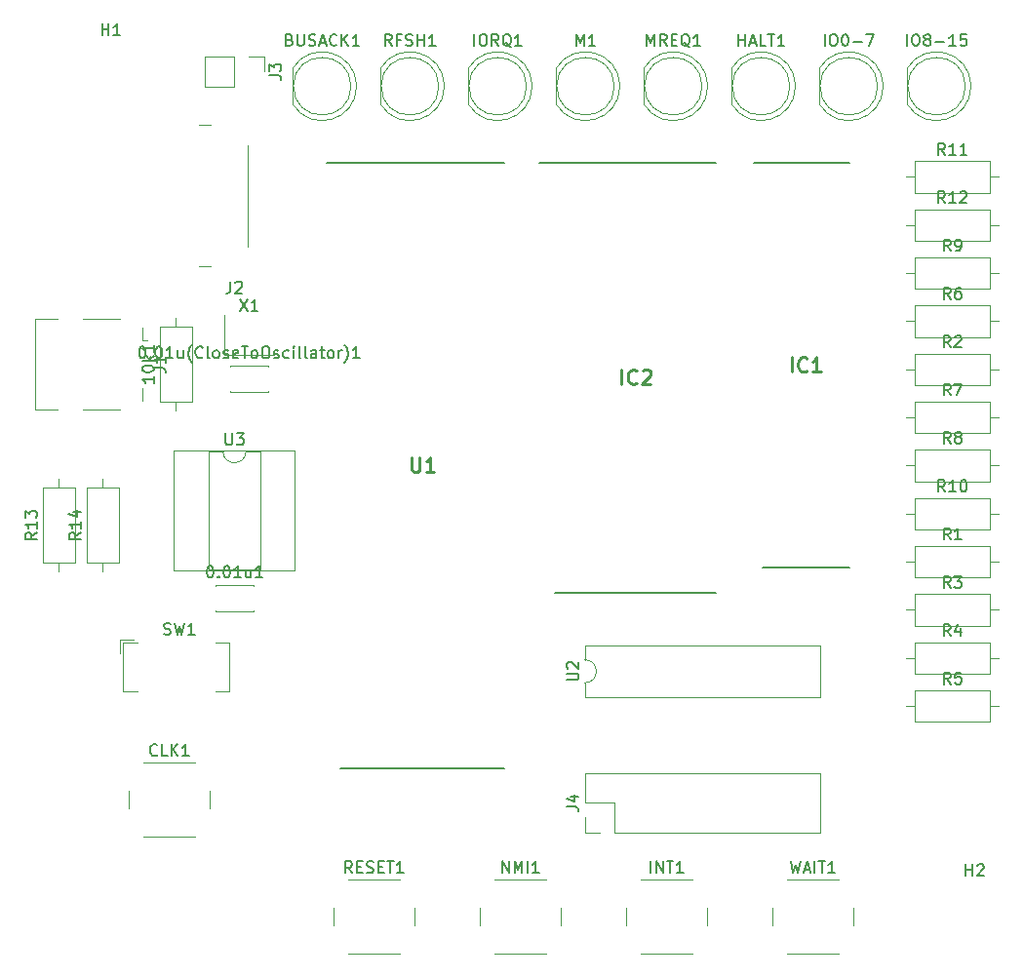
<source format=gbr>
G04 #@! TF.GenerationSoftware,KiCad,Pcbnew,(5.1.0-0)*
G04 #@! TF.CreationDate,2020-02-04T17:27:52+00:00*
G04 #@! TF.ProjectId,z80,7a38302e-6b69-4636-9164-5f7063625858,rev?*
G04 #@! TF.SameCoordinates,Original*
G04 #@! TF.FileFunction,Legend,Top*
G04 #@! TF.FilePolarity,Positive*
%FSLAX46Y46*%
G04 Gerber Fmt 4.6, Leading zero omitted, Abs format (unit mm)*
G04 Created by KiCad (PCBNEW (5.1.0-0)) date 2020-02-04 17:27:52*
%MOMM*%
%LPD*%
G04 APERTURE LIST*
%ADD10C,0.120000*%
%ADD11C,0.200000*%
%ADD12C,0.150000*%
%ADD13C,0.254000*%
G04 APERTURE END LIST*
D10*
X125400000Y-83970000D02*
X128640000Y-83970000D01*
X125400000Y-86210000D02*
X128640000Y-86210000D01*
X125400000Y-83970000D02*
X125400000Y-84035000D01*
X125400000Y-86145000D02*
X125400000Y-86210000D01*
X128640000Y-83970000D02*
X128640000Y-84035000D01*
X128640000Y-86145000D02*
X128640000Y-86210000D01*
X119280000Y-87090000D02*
X122020000Y-87090000D01*
X122020000Y-87090000D02*
X122020000Y-80550000D01*
X122020000Y-80550000D02*
X119280000Y-80550000D01*
X119280000Y-80550000D02*
X119280000Y-87090000D01*
X120650000Y-87860000D02*
X120650000Y-87090000D01*
X120650000Y-79780000D02*
X120650000Y-80550000D01*
X130790000Y-58145000D02*
X130790000Y-61235000D01*
X135850000Y-59690000D02*
G75*
G03X135850000Y-59690000I-2500000J0D01*
G01*
X136340000Y-59689538D02*
G75*
G02X130790000Y-61234830I-2990000J-462D01*
G01*
X136340000Y-59690462D02*
G75*
G03X130790000Y-58145170I-2990000J462D01*
G01*
X174440000Y-59690462D02*
G75*
G03X168890000Y-58145170I-2990000J462D01*
G01*
X174440000Y-59689538D02*
G75*
G02X168890000Y-61234830I-2990000J-462D01*
G01*
X173950000Y-59690000D02*
G75*
G03X173950000Y-59690000I-2500000J0D01*
G01*
X168890000Y-58145000D02*
X168890000Y-61235000D01*
D11*
X170795000Y-66315000D02*
X179090000Y-66315000D01*
X171600000Y-101495000D02*
X179090000Y-101495000D01*
X152214000Y-66315000D02*
X167557000Y-66315000D01*
X153587000Y-103653000D02*
X167557000Y-103653000D01*
D10*
X166770000Y-132540000D02*
X166770000Y-131040000D01*
X165520000Y-128540000D02*
X161020000Y-128540000D01*
X159770000Y-131040000D02*
X159770000Y-132540000D01*
X161020000Y-135040000D02*
X165520000Y-135040000D01*
X176510000Y-58145000D02*
X176510000Y-61235000D01*
X181570000Y-59690000D02*
G75*
G03X181570000Y-59690000I-2500000J0D01*
G01*
X182060000Y-59689538D02*
G75*
G02X176510000Y-61234830I-2990000J-462D01*
G01*
X182060000Y-59690462D02*
G75*
G03X176510000Y-58145170I-2990000J462D01*
G01*
X189680000Y-59690462D02*
G75*
G03X184130000Y-58145170I-2990000J462D01*
G01*
X189680000Y-59689538D02*
G75*
G02X184130000Y-61234830I-2990000J-462D01*
G01*
X189190000Y-59690000D02*
G75*
G03X189190000Y-59690000I-2500000J0D01*
G01*
X184130000Y-58145000D02*
X184130000Y-61235000D01*
X146030000Y-58145000D02*
X146030000Y-61235000D01*
X151090000Y-59690000D02*
G75*
G03X151090000Y-59690000I-2500000J0D01*
G01*
X151580000Y-59689538D02*
G75*
G02X146030000Y-61234830I-2990000J-462D01*
G01*
X151580000Y-59690462D02*
G75*
G03X146030000Y-58145170I-2990000J462D01*
G01*
X108390000Y-87730000D02*
X108390000Y-79910000D01*
X117710000Y-81710000D02*
X118140000Y-81710000D01*
X108390000Y-87730000D02*
X110340000Y-87730000D01*
X112560000Y-87730000D02*
X115790000Y-87730000D01*
X117710000Y-85930000D02*
X117710000Y-87010000D01*
X117710000Y-80630000D02*
X117710000Y-81710000D01*
X112560000Y-79910000D02*
X115790000Y-79910000D01*
X108390000Y-79910000D02*
X110340000Y-79910000D01*
X126850000Y-73600000D02*
X126850000Y-64800000D01*
X123680000Y-75345000D02*
X122630000Y-75345000D01*
X123680000Y-63055000D02*
X122630000Y-63055000D01*
X123130000Y-57090000D02*
X123130000Y-59750000D01*
X125730000Y-57090000D02*
X123130000Y-57090000D01*
X125730000Y-59750000D02*
X123130000Y-59750000D01*
X125730000Y-57090000D02*
X125730000Y-59750000D01*
X127000000Y-57090000D02*
X128330000Y-57090000D01*
X128330000Y-57090000D02*
X128330000Y-58420000D01*
X176590000Y-124520000D02*
X176590000Y-119320000D01*
X158750000Y-124520000D02*
X176590000Y-124520000D01*
X156150000Y-119320000D02*
X176590000Y-119320000D01*
X158750000Y-124520000D02*
X158750000Y-121920000D01*
X158750000Y-121920000D02*
X156150000Y-121920000D01*
X156150000Y-121920000D02*
X156150000Y-119320000D01*
X157480000Y-124520000D02*
X156150000Y-124520000D01*
X156150000Y-124520000D02*
X156150000Y-123190000D01*
X159200000Y-59690462D02*
G75*
G03X153650000Y-58145170I-2990000J462D01*
G01*
X159200000Y-59689538D02*
G75*
G02X153650000Y-61234830I-2990000J-462D01*
G01*
X158710000Y-59690000D02*
G75*
G03X158710000Y-59690000I-2500000J0D01*
G01*
X153650000Y-58145000D02*
X153650000Y-61235000D01*
X166820000Y-59690462D02*
G75*
G03X161270000Y-58145170I-2990000J462D01*
G01*
X166820000Y-59689538D02*
G75*
G02X161270000Y-61234830I-2990000J-462D01*
G01*
X166330000Y-59690000D02*
G75*
G03X166330000Y-59690000I-2500000J0D01*
G01*
X161270000Y-58145000D02*
X161270000Y-61235000D01*
X148320000Y-135040000D02*
X152820000Y-135040000D01*
X147070000Y-131040000D02*
X147070000Y-132540000D01*
X152820000Y-128540000D02*
X148320000Y-128540000D01*
X154070000Y-132540000D02*
X154070000Y-131040000D01*
X184785000Y-99613000D02*
X184785000Y-102353000D01*
X184785000Y-102353000D02*
X191325000Y-102353000D01*
X191325000Y-102353000D02*
X191325000Y-99613000D01*
X191325000Y-99613000D02*
X184785000Y-99613000D01*
X184015000Y-100983000D02*
X184785000Y-100983000D01*
X192095000Y-100983000D02*
X191325000Y-100983000D01*
X192095000Y-84274100D02*
X191325000Y-84274100D01*
X184015000Y-84274100D02*
X184785000Y-84274100D01*
X191325000Y-82904100D02*
X184785000Y-82904100D01*
X191325000Y-85644100D02*
X191325000Y-82904100D01*
X184785000Y-85644100D02*
X191325000Y-85644100D01*
X184785000Y-82904100D02*
X184785000Y-85644100D01*
X192095000Y-105160000D02*
X191325000Y-105160000D01*
X184015000Y-105160000D02*
X184785000Y-105160000D01*
X191325000Y-103790000D02*
X184785000Y-103790000D01*
X191325000Y-106530000D02*
X191325000Y-103790000D01*
X184785000Y-106530000D02*
X191325000Y-106530000D01*
X184785000Y-103790000D02*
X184785000Y-106530000D01*
X192095000Y-109338000D02*
X191325000Y-109338000D01*
X184015000Y-109338000D02*
X184785000Y-109338000D01*
X191325000Y-107968000D02*
X184785000Y-107968000D01*
X191325000Y-110708000D02*
X191325000Y-107968000D01*
X184785000Y-110708000D02*
X191325000Y-110708000D01*
X184785000Y-107968000D02*
X184785000Y-110708000D01*
X192095000Y-113515000D02*
X191325000Y-113515000D01*
X184015000Y-113515000D02*
X184785000Y-113515000D01*
X191325000Y-112145000D02*
X184785000Y-112145000D01*
X191325000Y-114885000D02*
X191325000Y-112145000D01*
X184785000Y-114885000D02*
X191325000Y-114885000D01*
X184785000Y-112145000D02*
X184785000Y-114885000D01*
X184785000Y-78726800D02*
X184785000Y-81466800D01*
X184785000Y-81466800D02*
X191325000Y-81466800D01*
X191325000Y-81466800D02*
X191325000Y-78726800D01*
X191325000Y-78726800D02*
X184785000Y-78726800D01*
X184015000Y-80096800D02*
X184785000Y-80096800D01*
X192095000Y-80096800D02*
X191325000Y-80096800D01*
X192095000Y-88451400D02*
X191325000Y-88451400D01*
X184015000Y-88451400D02*
X184785000Y-88451400D01*
X191325000Y-87081400D02*
X184785000Y-87081400D01*
X191325000Y-89821400D02*
X191325000Y-87081400D01*
X184785000Y-89821400D02*
X191325000Y-89821400D01*
X184785000Y-87081400D02*
X184785000Y-89821400D01*
X184785000Y-91258600D02*
X184785000Y-93998600D01*
X184785000Y-93998600D02*
X191325000Y-93998600D01*
X191325000Y-93998600D02*
X191325000Y-91258600D01*
X191325000Y-91258600D02*
X184785000Y-91258600D01*
X184015000Y-92628600D02*
X184785000Y-92628600D01*
X192095000Y-92628600D02*
X191325000Y-92628600D01*
X184785000Y-74549500D02*
X184785000Y-77289500D01*
X184785000Y-77289500D02*
X191325000Y-77289500D01*
X191325000Y-77289500D02*
X191325000Y-74549500D01*
X191325000Y-74549500D02*
X184785000Y-74549500D01*
X184015000Y-75919500D02*
X184785000Y-75919500D01*
X192095000Y-75919500D02*
X191325000Y-75919500D01*
X184785000Y-95435900D02*
X184785000Y-98175900D01*
X184785000Y-98175900D02*
X191325000Y-98175900D01*
X191325000Y-98175900D02*
X191325000Y-95435900D01*
X191325000Y-95435900D02*
X184785000Y-95435900D01*
X184015000Y-96805900D02*
X184785000Y-96805900D01*
X192095000Y-96805900D02*
X191325000Y-96805900D01*
X184785000Y-66195000D02*
X184785000Y-68935000D01*
X184785000Y-68935000D02*
X191325000Y-68935000D01*
X191325000Y-68935000D02*
X191325000Y-66195000D01*
X191325000Y-66195000D02*
X184785000Y-66195000D01*
X184015000Y-67565000D02*
X184785000Y-67565000D01*
X192095000Y-67565000D02*
X191325000Y-67565000D01*
X192095000Y-71742300D02*
X191325000Y-71742300D01*
X184015000Y-71742300D02*
X184785000Y-71742300D01*
X191325000Y-70372300D02*
X184785000Y-70372300D01*
X191325000Y-73112300D02*
X191325000Y-70372300D01*
X184785000Y-73112300D02*
X191325000Y-73112300D01*
X184785000Y-70372300D02*
X184785000Y-73112300D01*
X141370000Y-132540000D02*
X141370000Y-131040000D01*
X140120000Y-128540000D02*
X135620000Y-128540000D01*
X134370000Y-131040000D02*
X134370000Y-132540000D01*
X135620000Y-135040000D02*
X140120000Y-135040000D01*
X138410000Y-58145000D02*
X138410000Y-61235000D01*
X143470000Y-59690000D02*
G75*
G03X143470000Y-59690000I-2500000J0D01*
G01*
X143960000Y-59689538D02*
G75*
G02X138410000Y-61234830I-2990000J-462D01*
G01*
X143960000Y-59690462D02*
G75*
G03X138410000Y-58145170I-2990000J462D01*
G01*
D11*
X133753000Y-66315000D02*
X149175000Y-66315000D01*
X134955000Y-118895000D02*
X149175000Y-118895000D01*
D10*
X156150000Y-109490000D02*
G75*
G02X156150000Y-111490000I0J-1000000D01*
G01*
X156150000Y-111490000D02*
X156150000Y-112740000D01*
X156150000Y-112740000D02*
X176590000Y-112740000D01*
X176590000Y-112740000D02*
X176590000Y-108240000D01*
X176590000Y-108240000D02*
X156150000Y-108240000D01*
X156150000Y-108240000D02*
X156150000Y-109490000D01*
X173720000Y-135040000D02*
X178220000Y-135040000D01*
X172470000Y-131040000D02*
X172470000Y-132540000D01*
X178220000Y-128540000D02*
X173720000Y-128540000D01*
X179470000Y-132540000D02*
X179470000Y-131040000D01*
X124130000Y-103020000D02*
X127370000Y-103020000D01*
X124130000Y-105260000D02*
X127370000Y-105260000D01*
X124130000Y-103020000D02*
X124130000Y-103085000D01*
X124130000Y-105195000D02*
X124130000Y-105260000D01*
X127370000Y-103020000D02*
X127370000Y-103085000D01*
X127370000Y-105195000D02*
X127370000Y-105260000D01*
X117840000Y-124880000D02*
X122340000Y-124880000D01*
X116590000Y-120880000D02*
X116590000Y-122380000D01*
X122340000Y-118380000D02*
X117840000Y-118380000D01*
X123590000Y-122380000D02*
X123590000Y-120880000D01*
X110490000Y-93750000D02*
X110490000Y-94520000D01*
X110490000Y-101830000D02*
X110490000Y-101060000D01*
X109120000Y-94520000D02*
X109120000Y-101060000D01*
X111860000Y-94520000D02*
X109120000Y-94520000D01*
X111860000Y-101060000D02*
X111860000Y-94520000D01*
X109120000Y-101060000D02*
X111860000Y-101060000D01*
X112930000Y-101060000D02*
X115670000Y-101060000D01*
X115670000Y-101060000D02*
X115670000Y-94520000D01*
X115670000Y-94520000D02*
X112930000Y-94520000D01*
X112930000Y-94520000D02*
X112930000Y-101060000D01*
X114300000Y-101830000D02*
X114300000Y-101060000D01*
X114300000Y-93750000D02*
X114300000Y-94520000D01*
X126730000Y-91380000D02*
G75*
G02X124730000Y-91380000I-1000000J0D01*
G01*
X124730000Y-91380000D02*
X123480000Y-91380000D01*
X123480000Y-91380000D02*
X123480000Y-101660000D01*
X123480000Y-101660000D02*
X127980000Y-101660000D01*
X127980000Y-101660000D02*
X127980000Y-91380000D01*
X127980000Y-91380000D02*
X126730000Y-91380000D01*
X120480000Y-91320000D02*
X120480000Y-101720000D01*
X120480000Y-101720000D02*
X130980000Y-101720000D01*
X130980000Y-101720000D02*
X130980000Y-91320000D01*
X130980000Y-91320000D02*
X120480000Y-91320000D01*
X124850000Y-79530000D02*
X124850000Y-83030000D01*
X124850000Y-83030000D02*
X129150000Y-83030000D01*
X115790000Y-107710000D02*
X115790000Y-108910000D01*
X116990000Y-107710000D02*
X115790000Y-107710000D01*
X125290000Y-112210000D02*
X124090000Y-112210000D01*
X125290000Y-108010000D02*
X125290000Y-112210000D01*
X124090000Y-108010000D02*
X125290000Y-108010000D01*
X116090000Y-112210000D02*
X117290000Y-112210000D01*
X116090000Y-108010000D02*
X116090000Y-112210000D01*
X117290000Y-108010000D02*
X116090000Y-108010000D01*
D12*
X117686666Y-82292380D02*
X117781904Y-82292380D01*
X117877142Y-82340000D01*
X117924761Y-82387619D01*
X117972380Y-82482857D01*
X118020000Y-82673333D01*
X118020000Y-82911428D01*
X117972380Y-83101904D01*
X117924761Y-83197142D01*
X117877142Y-83244761D01*
X117781904Y-83292380D01*
X117686666Y-83292380D01*
X117591428Y-83244761D01*
X117543809Y-83197142D01*
X117496190Y-83101904D01*
X117448571Y-82911428D01*
X117448571Y-82673333D01*
X117496190Y-82482857D01*
X117543809Y-82387619D01*
X117591428Y-82340000D01*
X117686666Y-82292380D01*
X118448571Y-83197142D02*
X118496190Y-83244761D01*
X118448571Y-83292380D01*
X118400952Y-83244761D01*
X118448571Y-83197142D01*
X118448571Y-83292380D01*
X119115238Y-82292380D02*
X119210476Y-82292380D01*
X119305714Y-82340000D01*
X119353333Y-82387619D01*
X119400952Y-82482857D01*
X119448571Y-82673333D01*
X119448571Y-82911428D01*
X119400952Y-83101904D01*
X119353333Y-83197142D01*
X119305714Y-83244761D01*
X119210476Y-83292380D01*
X119115238Y-83292380D01*
X119020000Y-83244761D01*
X118972380Y-83197142D01*
X118924761Y-83101904D01*
X118877142Y-82911428D01*
X118877142Y-82673333D01*
X118924761Y-82482857D01*
X118972380Y-82387619D01*
X119020000Y-82340000D01*
X119115238Y-82292380D01*
X120400952Y-83292380D02*
X119829523Y-83292380D01*
X120115238Y-83292380D02*
X120115238Y-82292380D01*
X120020000Y-82435238D01*
X119924761Y-82530476D01*
X119829523Y-82578095D01*
X121258095Y-82625714D02*
X121258095Y-83292380D01*
X120829523Y-82625714D02*
X120829523Y-83149523D01*
X120877142Y-83244761D01*
X120972380Y-83292380D01*
X121115238Y-83292380D01*
X121210476Y-83244761D01*
X121258095Y-83197142D01*
X122020000Y-83673333D02*
X121972380Y-83625714D01*
X121877142Y-83482857D01*
X121829523Y-83387619D01*
X121781904Y-83244761D01*
X121734285Y-83006666D01*
X121734285Y-82816190D01*
X121781904Y-82578095D01*
X121829523Y-82435238D01*
X121877142Y-82340000D01*
X121972380Y-82197142D01*
X122020000Y-82149523D01*
X122972380Y-83197142D02*
X122924761Y-83244761D01*
X122781904Y-83292380D01*
X122686666Y-83292380D01*
X122543809Y-83244761D01*
X122448571Y-83149523D01*
X122400952Y-83054285D01*
X122353333Y-82863809D01*
X122353333Y-82720952D01*
X122400952Y-82530476D01*
X122448571Y-82435238D01*
X122543809Y-82340000D01*
X122686666Y-82292380D01*
X122781904Y-82292380D01*
X122924761Y-82340000D01*
X122972380Y-82387619D01*
X123543809Y-83292380D02*
X123448571Y-83244761D01*
X123400952Y-83149523D01*
X123400952Y-82292380D01*
X124067619Y-83292380D02*
X123972380Y-83244761D01*
X123924761Y-83197142D01*
X123877142Y-83101904D01*
X123877142Y-82816190D01*
X123924761Y-82720952D01*
X123972380Y-82673333D01*
X124067619Y-82625714D01*
X124210476Y-82625714D01*
X124305714Y-82673333D01*
X124353333Y-82720952D01*
X124400952Y-82816190D01*
X124400952Y-83101904D01*
X124353333Y-83197142D01*
X124305714Y-83244761D01*
X124210476Y-83292380D01*
X124067619Y-83292380D01*
X124781904Y-83244761D02*
X124877142Y-83292380D01*
X125067619Y-83292380D01*
X125162857Y-83244761D01*
X125210476Y-83149523D01*
X125210476Y-83101904D01*
X125162857Y-83006666D01*
X125067619Y-82959047D01*
X124924761Y-82959047D01*
X124829523Y-82911428D01*
X124781904Y-82816190D01*
X124781904Y-82768571D01*
X124829523Y-82673333D01*
X124924761Y-82625714D01*
X125067619Y-82625714D01*
X125162857Y-82673333D01*
X126020000Y-83244761D02*
X125924761Y-83292380D01*
X125734285Y-83292380D01*
X125639047Y-83244761D01*
X125591428Y-83149523D01*
X125591428Y-82768571D01*
X125639047Y-82673333D01*
X125734285Y-82625714D01*
X125924761Y-82625714D01*
X126020000Y-82673333D01*
X126067619Y-82768571D01*
X126067619Y-82863809D01*
X125591428Y-82959047D01*
X126353333Y-82292380D02*
X126924761Y-82292380D01*
X126639047Y-83292380D02*
X126639047Y-82292380D01*
X127400952Y-83292380D02*
X127305714Y-83244761D01*
X127258095Y-83197142D01*
X127210476Y-83101904D01*
X127210476Y-82816190D01*
X127258095Y-82720952D01*
X127305714Y-82673333D01*
X127400952Y-82625714D01*
X127543809Y-82625714D01*
X127639047Y-82673333D01*
X127686666Y-82720952D01*
X127734285Y-82816190D01*
X127734285Y-83101904D01*
X127686666Y-83197142D01*
X127639047Y-83244761D01*
X127543809Y-83292380D01*
X127400952Y-83292380D01*
X128353333Y-82292380D02*
X128543809Y-82292380D01*
X128639047Y-82340000D01*
X128734285Y-82435238D01*
X128781904Y-82625714D01*
X128781904Y-82959047D01*
X128734285Y-83149523D01*
X128639047Y-83244761D01*
X128543809Y-83292380D01*
X128353333Y-83292380D01*
X128258095Y-83244761D01*
X128162857Y-83149523D01*
X128115238Y-82959047D01*
X128115238Y-82625714D01*
X128162857Y-82435238D01*
X128258095Y-82340000D01*
X128353333Y-82292380D01*
X129162857Y-83244761D02*
X129258095Y-83292380D01*
X129448571Y-83292380D01*
X129543809Y-83244761D01*
X129591428Y-83149523D01*
X129591428Y-83101904D01*
X129543809Y-83006666D01*
X129448571Y-82959047D01*
X129305714Y-82959047D01*
X129210476Y-82911428D01*
X129162857Y-82816190D01*
X129162857Y-82768571D01*
X129210476Y-82673333D01*
X129305714Y-82625714D01*
X129448571Y-82625714D01*
X129543809Y-82673333D01*
X130448571Y-83244761D02*
X130353333Y-83292380D01*
X130162857Y-83292380D01*
X130067619Y-83244761D01*
X130020000Y-83197142D01*
X129972380Y-83101904D01*
X129972380Y-82816190D01*
X130020000Y-82720952D01*
X130067619Y-82673333D01*
X130162857Y-82625714D01*
X130353333Y-82625714D01*
X130448571Y-82673333D01*
X130877142Y-83292380D02*
X130877142Y-82625714D01*
X130877142Y-82292380D02*
X130829523Y-82340000D01*
X130877142Y-82387619D01*
X130924761Y-82340000D01*
X130877142Y-82292380D01*
X130877142Y-82387619D01*
X131496190Y-83292380D02*
X131400952Y-83244761D01*
X131353333Y-83149523D01*
X131353333Y-82292380D01*
X132020000Y-83292380D02*
X131924761Y-83244761D01*
X131877142Y-83149523D01*
X131877142Y-82292380D01*
X132829523Y-83292380D02*
X132829523Y-82768571D01*
X132781904Y-82673333D01*
X132686666Y-82625714D01*
X132496190Y-82625714D01*
X132400952Y-82673333D01*
X132829523Y-83244761D02*
X132734285Y-83292380D01*
X132496190Y-83292380D01*
X132400952Y-83244761D01*
X132353333Y-83149523D01*
X132353333Y-83054285D01*
X132400952Y-82959047D01*
X132496190Y-82911428D01*
X132734285Y-82911428D01*
X132829523Y-82863809D01*
X133162857Y-82625714D02*
X133543809Y-82625714D01*
X133305714Y-82292380D02*
X133305714Y-83149523D01*
X133353333Y-83244761D01*
X133448571Y-83292380D01*
X133543809Y-83292380D01*
X134020000Y-83292380D02*
X133924761Y-83244761D01*
X133877142Y-83197142D01*
X133829523Y-83101904D01*
X133829523Y-82816190D01*
X133877142Y-82720952D01*
X133924761Y-82673333D01*
X134020000Y-82625714D01*
X134162857Y-82625714D01*
X134258095Y-82673333D01*
X134305714Y-82720952D01*
X134353333Y-82816190D01*
X134353333Y-83101904D01*
X134305714Y-83197142D01*
X134258095Y-83244761D01*
X134162857Y-83292380D01*
X134020000Y-83292380D01*
X134781904Y-83292380D02*
X134781904Y-82625714D01*
X134781904Y-82816190D02*
X134829523Y-82720952D01*
X134877142Y-82673333D01*
X134972380Y-82625714D01*
X135067619Y-82625714D01*
X135305714Y-83673333D02*
X135353333Y-83625714D01*
X135448571Y-83482857D01*
X135496190Y-83387619D01*
X135543809Y-83244761D01*
X135591428Y-83006666D01*
X135591428Y-82816190D01*
X135543809Y-82578095D01*
X135496190Y-82435238D01*
X135448571Y-82340000D01*
X135353333Y-82197142D01*
X135305714Y-82149523D01*
X136591428Y-83292380D02*
X136020000Y-83292380D01*
X136305714Y-83292380D02*
X136305714Y-82292380D01*
X136210476Y-82435238D01*
X136115238Y-82530476D01*
X136020000Y-82578095D01*
X118732380Y-84891428D02*
X118732380Y-85462857D01*
X118732380Y-85177142D02*
X117732380Y-85177142D01*
X117875238Y-85272380D01*
X117970476Y-85367619D01*
X118018095Y-85462857D01*
X117732380Y-84272380D02*
X117732380Y-84177142D01*
X117780000Y-84081904D01*
X117827619Y-84034285D01*
X117922857Y-83986666D01*
X118113333Y-83939047D01*
X118351428Y-83939047D01*
X118541904Y-83986666D01*
X118637142Y-84034285D01*
X118684761Y-84081904D01*
X118732380Y-84177142D01*
X118732380Y-84272380D01*
X118684761Y-84367619D01*
X118637142Y-84415238D01*
X118541904Y-84462857D01*
X118351428Y-84510476D01*
X118113333Y-84510476D01*
X117922857Y-84462857D01*
X117827619Y-84415238D01*
X117780000Y-84367619D01*
X117732380Y-84272380D01*
X118732380Y-83510476D02*
X117732380Y-83510476D01*
X118351428Y-83415238D02*
X118732380Y-83129523D01*
X118065714Y-83129523D02*
X118446666Y-83510476D01*
X118732380Y-82177142D02*
X118732380Y-82748571D01*
X118732380Y-82462857D02*
X117732380Y-82462857D01*
X117875238Y-82558095D01*
X117970476Y-82653333D01*
X118018095Y-82748571D01*
X130516666Y-55658571D02*
X130659523Y-55706190D01*
X130707142Y-55753809D01*
X130754761Y-55849047D01*
X130754761Y-55991904D01*
X130707142Y-56087142D01*
X130659523Y-56134761D01*
X130564285Y-56182380D01*
X130183333Y-56182380D01*
X130183333Y-55182380D01*
X130516666Y-55182380D01*
X130611904Y-55230000D01*
X130659523Y-55277619D01*
X130707142Y-55372857D01*
X130707142Y-55468095D01*
X130659523Y-55563333D01*
X130611904Y-55610952D01*
X130516666Y-55658571D01*
X130183333Y-55658571D01*
X131183333Y-55182380D02*
X131183333Y-55991904D01*
X131230952Y-56087142D01*
X131278571Y-56134761D01*
X131373809Y-56182380D01*
X131564285Y-56182380D01*
X131659523Y-56134761D01*
X131707142Y-56087142D01*
X131754761Y-55991904D01*
X131754761Y-55182380D01*
X132183333Y-56134761D02*
X132326190Y-56182380D01*
X132564285Y-56182380D01*
X132659523Y-56134761D01*
X132707142Y-56087142D01*
X132754761Y-55991904D01*
X132754761Y-55896666D01*
X132707142Y-55801428D01*
X132659523Y-55753809D01*
X132564285Y-55706190D01*
X132373809Y-55658571D01*
X132278571Y-55610952D01*
X132230952Y-55563333D01*
X132183333Y-55468095D01*
X132183333Y-55372857D01*
X132230952Y-55277619D01*
X132278571Y-55230000D01*
X132373809Y-55182380D01*
X132611904Y-55182380D01*
X132754761Y-55230000D01*
X133135714Y-55896666D02*
X133611904Y-55896666D01*
X133040476Y-56182380D02*
X133373809Y-55182380D01*
X133707142Y-56182380D01*
X134611904Y-56087142D02*
X134564285Y-56134761D01*
X134421428Y-56182380D01*
X134326190Y-56182380D01*
X134183333Y-56134761D01*
X134088095Y-56039523D01*
X134040476Y-55944285D01*
X133992857Y-55753809D01*
X133992857Y-55610952D01*
X134040476Y-55420476D01*
X134088095Y-55325238D01*
X134183333Y-55230000D01*
X134326190Y-55182380D01*
X134421428Y-55182380D01*
X134564285Y-55230000D01*
X134611904Y-55277619D01*
X135040476Y-56182380D02*
X135040476Y-55182380D01*
X135611904Y-56182380D02*
X135183333Y-55610952D01*
X135611904Y-55182380D02*
X135040476Y-55753809D01*
X136564285Y-56182380D02*
X135992857Y-56182380D01*
X136278571Y-56182380D02*
X136278571Y-55182380D01*
X136183333Y-55325238D01*
X136088095Y-55420476D01*
X135992857Y-55468095D01*
X169473809Y-56182380D02*
X169473809Y-55182380D01*
X169473809Y-55658571D02*
X170045238Y-55658571D01*
X170045238Y-56182380D02*
X170045238Y-55182380D01*
X170473809Y-55896666D02*
X170950000Y-55896666D01*
X170378571Y-56182380D02*
X170711904Y-55182380D01*
X171045238Y-56182380D01*
X171854761Y-56182380D02*
X171378571Y-56182380D01*
X171378571Y-55182380D01*
X172045238Y-55182380D02*
X172616666Y-55182380D01*
X172330952Y-56182380D02*
X172330952Y-55182380D01*
X173473809Y-56182380D02*
X172902380Y-56182380D01*
X173188095Y-56182380D02*
X173188095Y-55182380D01*
X173092857Y-55325238D01*
X172997619Y-55420476D01*
X172902380Y-55468095D01*
D13*
X174105238Y-84479523D02*
X174105238Y-83209523D01*
X175435714Y-84358571D02*
X175375238Y-84419047D01*
X175193809Y-84479523D01*
X175072857Y-84479523D01*
X174891428Y-84419047D01*
X174770476Y-84298095D01*
X174710000Y-84177142D01*
X174649523Y-83935238D01*
X174649523Y-83753809D01*
X174710000Y-83511904D01*
X174770476Y-83390952D01*
X174891428Y-83270000D01*
X175072857Y-83209523D01*
X175193809Y-83209523D01*
X175375238Y-83270000D01*
X175435714Y-83330476D01*
X176645238Y-84479523D02*
X175919523Y-84479523D01*
X176282380Y-84479523D02*
X176282380Y-83209523D01*
X176161428Y-83390952D01*
X176040476Y-83511904D01*
X175919523Y-83572380D01*
X159332238Y-85558523D02*
X159332238Y-84288523D01*
X160662714Y-85437571D02*
X160602238Y-85498047D01*
X160420809Y-85558523D01*
X160299857Y-85558523D01*
X160118428Y-85498047D01*
X159997476Y-85377095D01*
X159937000Y-85256142D01*
X159876523Y-85014238D01*
X159876523Y-84832809D01*
X159937000Y-84590904D01*
X159997476Y-84469952D01*
X160118428Y-84349000D01*
X160299857Y-84288523D01*
X160420809Y-84288523D01*
X160602238Y-84349000D01*
X160662714Y-84409476D01*
X161146523Y-84409476D02*
X161207000Y-84349000D01*
X161327952Y-84288523D01*
X161630333Y-84288523D01*
X161751285Y-84349000D01*
X161811761Y-84409476D01*
X161872238Y-84530428D01*
X161872238Y-84651380D01*
X161811761Y-84832809D01*
X161086047Y-85558523D01*
X161872238Y-85558523D01*
D12*
X161889047Y-127992380D02*
X161889047Y-126992380D01*
X162365238Y-127992380D02*
X162365238Y-126992380D01*
X162936666Y-127992380D01*
X162936666Y-126992380D01*
X163270000Y-126992380D02*
X163841428Y-126992380D01*
X163555714Y-127992380D02*
X163555714Y-126992380D01*
X164698571Y-127992380D02*
X164127142Y-127992380D01*
X164412857Y-127992380D02*
X164412857Y-126992380D01*
X164317619Y-127135238D01*
X164222380Y-127230476D01*
X164127142Y-127278095D01*
X176974761Y-56182380D02*
X176974761Y-55182380D01*
X177641428Y-55182380D02*
X177831904Y-55182380D01*
X177927142Y-55230000D01*
X178022380Y-55325238D01*
X178070000Y-55515714D01*
X178070000Y-55849047D01*
X178022380Y-56039523D01*
X177927142Y-56134761D01*
X177831904Y-56182380D01*
X177641428Y-56182380D01*
X177546190Y-56134761D01*
X177450952Y-56039523D01*
X177403333Y-55849047D01*
X177403333Y-55515714D01*
X177450952Y-55325238D01*
X177546190Y-55230000D01*
X177641428Y-55182380D01*
X178689047Y-55182380D02*
X178784285Y-55182380D01*
X178879523Y-55230000D01*
X178927142Y-55277619D01*
X178974761Y-55372857D01*
X179022380Y-55563333D01*
X179022380Y-55801428D01*
X178974761Y-55991904D01*
X178927142Y-56087142D01*
X178879523Y-56134761D01*
X178784285Y-56182380D01*
X178689047Y-56182380D01*
X178593809Y-56134761D01*
X178546190Y-56087142D01*
X178498571Y-55991904D01*
X178450952Y-55801428D01*
X178450952Y-55563333D01*
X178498571Y-55372857D01*
X178546190Y-55277619D01*
X178593809Y-55230000D01*
X178689047Y-55182380D01*
X179450952Y-55801428D02*
X180212857Y-55801428D01*
X180593809Y-55182380D02*
X181260476Y-55182380D01*
X180831904Y-56182380D01*
X184118571Y-56182380D02*
X184118571Y-55182380D01*
X184785238Y-55182380D02*
X184975714Y-55182380D01*
X185070952Y-55230000D01*
X185166190Y-55325238D01*
X185213809Y-55515714D01*
X185213809Y-55849047D01*
X185166190Y-56039523D01*
X185070952Y-56134761D01*
X184975714Y-56182380D01*
X184785238Y-56182380D01*
X184690000Y-56134761D01*
X184594761Y-56039523D01*
X184547142Y-55849047D01*
X184547142Y-55515714D01*
X184594761Y-55325238D01*
X184690000Y-55230000D01*
X184785238Y-55182380D01*
X185785238Y-55610952D02*
X185690000Y-55563333D01*
X185642380Y-55515714D01*
X185594761Y-55420476D01*
X185594761Y-55372857D01*
X185642380Y-55277619D01*
X185690000Y-55230000D01*
X185785238Y-55182380D01*
X185975714Y-55182380D01*
X186070952Y-55230000D01*
X186118571Y-55277619D01*
X186166190Y-55372857D01*
X186166190Y-55420476D01*
X186118571Y-55515714D01*
X186070952Y-55563333D01*
X185975714Y-55610952D01*
X185785238Y-55610952D01*
X185690000Y-55658571D01*
X185642380Y-55706190D01*
X185594761Y-55801428D01*
X185594761Y-55991904D01*
X185642380Y-56087142D01*
X185690000Y-56134761D01*
X185785238Y-56182380D01*
X185975714Y-56182380D01*
X186070952Y-56134761D01*
X186118571Y-56087142D01*
X186166190Y-55991904D01*
X186166190Y-55801428D01*
X186118571Y-55706190D01*
X186070952Y-55658571D01*
X185975714Y-55610952D01*
X186594761Y-55801428D02*
X187356666Y-55801428D01*
X188356666Y-56182380D02*
X187785238Y-56182380D01*
X188070952Y-56182380D02*
X188070952Y-55182380D01*
X187975714Y-55325238D01*
X187880476Y-55420476D01*
X187785238Y-55468095D01*
X189261428Y-55182380D02*
X188785238Y-55182380D01*
X188737619Y-55658571D01*
X188785238Y-55610952D01*
X188880476Y-55563333D01*
X189118571Y-55563333D01*
X189213809Y-55610952D01*
X189261428Y-55658571D01*
X189309047Y-55753809D01*
X189309047Y-55991904D01*
X189261428Y-56087142D01*
X189213809Y-56134761D01*
X189118571Y-56182380D01*
X188880476Y-56182380D01*
X188785238Y-56134761D01*
X188737619Y-56087142D01*
X146566190Y-56182380D02*
X146566190Y-55182380D01*
X147232857Y-55182380D02*
X147423333Y-55182380D01*
X147518571Y-55230000D01*
X147613809Y-55325238D01*
X147661428Y-55515714D01*
X147661428Y-55849047D01*
X147613809Y-56039523D01*
X147518571Y-56134761D01*
X147423333Y-56182380D01*
X147232857Y-56182380D01*
X147137619Y-56134761D01*
X147042380Y-56039523D01*
X146994761Y-55849047D01*
X146994761Y-55515714D01*
X147042380Y-55325238D01*
X147137619Y-55230000D01*
X147232857Y-55182380D01*
X148661428Y-56182380D02*
X148328095Y-55706190D01*
X148090000Y-56182380D02*
X148090000Y-55182380D01*
X148470952Y-55182380D01*
X148566190Y-55230000D01*
X148613809Y-55277619D01*
X148661428Y-55372857D01*
X148661428Y-55515714D01*
X148613809Y-55610952D01*
X148566190Y-55658571D01*
X148470952Y-55706190D01*
X148090000Y-55706190D01*
X149756666Y-56277619D02*
X149661428Y-56230000D01*
X149566190Y-56134761D01*
X149423333Y-55991904D01*
X149328095Y-55944285D01*
X149232857Y-55944285D01*
X149280476Y-56182380D02*
X149185238Y-56134761D01*
X149090000Y-56039523D01*
X149042380Y-55849047D01*
X149042380Y-55515714D01*
X149090000Y-55325238D01*
X149185238Y-55230000D01*
X149280476Y-55182380D01*
X149470952Y-55182380D01*
X149566190Y-55230000D01*
X149661428Y-55325238D01*
X149709047Y-55515714D01*
X149709047Y-55849047D01*
X149661428Y-56039523D01*
X149566190Y-56134761D01*
X149470952Y-56182380D01*
X149280476Y-56182380D01*
X150661428Y-56182380D02*
X150090000Y-56182380D01*
X150375714Y-56182380D02*
X150375714Y-55182380D01*
X150280476Y-55325238D01*
X150185238Y-55420476D01*
X150090000Y-55468095D01*
X118752380Y-84153333D02*
X119466666Y-84153333D01*
X119609523Y-84200952D01*
X119704761Y-84296190D01*
X119752380Y-84439047D01*
X119752380Y-84534285D01*
X119752380Y-83153333D02*
X119752380Y-83724761D01*
X119752380Y-83439047D02*
X118752380Y-83439047D01*
X118895238Y-83534285D01*
X118990476Y-83629523D01*
X119038095Y-83724761D01*
X125396666Y-76652380D02*
X125396666Y-77366666D01*
X125349047Y-77509523D01*
X125253809Y-77604761D01*
X125110952Y-77652380D01*
X125015714Y-77652380D01*
X125825238Y-76747619D02*
X125872857Y-76700000D01*
X125968095Y-76652380D01*
X126206190Y-76652380D01*
X126301428Y-76700000D01*
X126349047Y-76747619D01*
X126396666Y-76842857D01*
X126396666Y-76938095D01*
X126349047Y-77080952D01*
X125777619Y-77652380D01*
X126396666Y-77652380D01*
X128782380Y-58753333D02*
X129496666Y-58753333D01*
X129639523Y-58800952D01*
X129734761Y-58896190D01*
X129782380Y-59039047D01*
X129782380Y-59134285D01*
X128782380Y-58372380D02*
X128782380Y-57753333D01*
X129163333Y-58086666D01*
X129163333Y-57943809D01*
X129210952Y-57848571D01*
X129258571Y-57800952D01*
X129353809Y-57753333D01*
X129591904Y-57753333D01*
X129687142Y-57800952D01*
X129734761Y-57848571D01*
X129782380Y-57943809D01*
X129782380Y-58229523D01*
X129734761Y-58324761D01*
X129687142Y-58372380D01*
X154602380Y-122253333D02*
X155316666Y-122253333D01*
X155459523Y-122300952D01*
X155554761Y-122396190D01*
X155602380Y-122539047D01*
X155602380Y-122634285D01*
X154935714Y-121348571D02*
X155602380Y-121348571D01*
X154554761Y-121586666D02*
X155269047Y-121824761D01*
X155269047Y-121205714D01*
X155400476Y-56182380D02*
X155400476Y-55182380D01*
X155733809Y-55896666D01*
X156067142Y-55182380D01*
X156067142Y-56182380D01*
X157067142Y-56182380D02*
X156495714Y-56182380D01*
X156781428Y-56182380D02*
X156781428Y-55182380D01*
X156686190Y-55325238D01*
X156590952Y-55420476D01*
X156495714Y-55468095D01*
X161544285Y-56182380D02*
X161544285Y-55182380D01*
X161877619Y-55896666D01*
X162210952Y-55182380D01*
X162210952Y-56182380D01*
X163258571Y-56182380D02*
X162925238Y-55706190D01*
X162687142Y-56182380D02*
X162687142Y-55182380D01*
X163068095Y-55182380D01*
X163163333Y-55230000D01*
X163210952Y-55277619D01*
X163258571Y-55372857D01*
X163258571Y-55515714D01*
X163210952Y-55610952D01*
X163163333Y-55658571D01*
X163068095Y-55706190D01*
X162687142Y-55706190D01*
X163687142Y-55658571D02*
X164020476Y-55658571D01*
X164163333Y-56182380D02*
X163687142Y-56182380D01*
X163687142Y-55182380D01*
X164163333Y-55182380D01*
X165258571Y-56277619D02*
X165163333Y-56230000D01*
X165068095Y-56134761D01*
X164925238Y-55991904D01*
X164830000Y-55944285D01*
X164734761Y-55944285D01*
X164782380Y-56182380D02*
X164687142Y-56134761D01*
X164591904Y-56039523D01*
X164544285Y-55849047D01*
X164544285Y-55515714D01*
X164591904Y-55325238D01*
X164687142Y-55230000D01*
X164782380Y-55182380D01*
X164972857Y-55182380D01*
X165068095Y-55230000D01*
X165163333Y-55325238D01*
X165210952Y-55515714D01*
X165210952Y-55849047D01*
X165163333Y-56039523D01*
X165068095Y-56134761D01*
X164972857Y-56182380D01*
X164782380Y-56182380D01*
X166163333Y-56182380D02*
X165591904Y-56182380D01*
X165877619Y-56182380D02*
X165877619Y-55182380D01*
X165782380Y-55325238D01*
X165687142Y-55420476D01*
X165591904Y-55468095D01*
X148998571Y-127992380D02*
X148998571Y-126992380D01*
X149570000Y-127992380D01*
X149570000Y-126992380D01*
X150046190Y-127992380D02*
X150046190Y-126992380D01*
X150379523Y-127706666D01*
X150712857Y-126992380D01*
X150712857Y-127992380D01*
X151189047Y-127992380D02*
X151189047Y-126992380D01*
X152189047Y-127992380D02*
X151617619Y-127992380D01*
X151903333Y-127992380D02*
X151903333Y-126992380D01*
X151808095Y-127135238D01*
X151712857Y-127230476D01*
X151617619Y-127278095D01*
X187888333Y-99065380D02*
X187555000Y-98589190D01*
X187316904Y-99065380D02*
X187316904Y-98065380D01*
X187697857Y-98065380D01*
X187793095Y-98113000D01*
X187840714Y-98160619D01*
X187888333Y-98255857D01*
X187888333Y-98398714D01*
X187840714Y-98493952D01*
X187793095Y-98541571D01*
X187697857Y-98589190D01*
X187316904Y-98589190D01*
X188840714Y-99065380D02*
X188269285Y-99065380D01*
X188555000Y-99065380D02*
X188555000Y-98065380D01*
X188459761Y-98208238D01*
X188364523Y-98303476D01*
X188269285Y-98351095D01*
X187888333Y-82356480D02*
X187555000Y-81880290D01*
X187316904Y-82356480D02*
X187316904Y-81356480D01*
X187697857Y-81356480D01*
X187793095Y-81404100D01*
X187840714Y-81451719D01*
X187888333Y-81546957D01*
X187888333Y-81689814D01*
X187840714Y-81785052D01*
X187793095Y-81832671D01*
X187697857Y-81880290D01*
X187316904Y-81880290D01*
X188269285Y-81451719D02*
X188316904Y-81404100D01*
X188412142Y-81356480D01*
X188650238Y-81356480D01*
X188745476Y-81404100D01*
X188793095Y-81451719D01*
X188840714Y-81546957D01*
X188840714Y-81642195D01*
X188793095Y-81785052D01*
X188221666Y-82356480D01*
X188840714Y-82356480D01*
X187888333Y-103242380D02*
X187555000Y-102766190D01*
X187316904Y-103242380D02*
X187316904Y-102242380D01*
X187697857Y-102242380D01*
X187793095Y-102290000D01*
X187840714Y-102337619D01*
X187888333Y-102432857D01*
X187888333Y-102575714D01*
X187840714Y-102670952D01*
X187793095Y-102718571D01*
X187697857Y-102766190D01*
X187316904Y-102766190D01*
X188221666Y-102242380D02*
X188840714Y-102242380D01*
X188507380Y-102623333D01*
X188650238Y-102623333D01*
X188745476Y-102670952D01*
X188793095Y-102718571D01*
X188840714Y-102813809D01*
X188840714Y-103051904D01*
X188793095Y-103147142D01*
X188745476Y-103194761D01*
X188650238Y-103242380D01*
X188364523Y-103242380D01*
X188269285Y-103194761D01*
X188221666Y-103147142D01*
X187888333Y-107420380D02*
X187555000Y-106944190D01*
X187316904Y-107420380D02*
X187316904Y-106420380D01*
X187697857Y-106420380D01*
X187793095Y-106468000D01*
X187840714Y-106515619D01*
X187888333Y-106610857D01*
X187888333Y-106753714D01*
X187840714Y-106848952D01*
X187793095Y-106896571D01*
X187697857Y-106944190D01*
X187316904Y-106944190D01*
X188745476Y-106753714D02*
X188745476Y-107420380D01*
X188507380Y-106372761D02*
X188269285Y-107087047D01*
X188888333Y-107087047D01*
X187888333Y-111597380D02*
X187555000Y-111121190D01*
X187316904Y-111597380D02*
X187316904Y-110597380D01*
X187697857Y-110597380D01*
X187793095Y-110645000D01*
X187840714Y-110692619D01*
X187888333Y-110787857D01*
X187888333Y-110930714D01*
X187840714Y-111025952D01*
X187793095Y-111073571D01*
X187697857Y-111121190D01*
X187316904Y-111121190D01*
X188793095Y-110597380D02*
X188316904Y-110597380D01*
X188269285Y-111073571D01*
X188316904Y-111025952D01*
X188412142Y-110978333D01*
X188650238Y-110978333D01*
X188745476Y-111025952D01*
X188793095Y-111073571D01*
X188840714Y-111168809D01*
X188840714Y-111406904D01*
X188793095Y-111502142D01*
X188745476Y-111549761D01*
X188650238Y-111597380D01*
X188412142Y-111597380D01*
X188316904Y-111549761D01*
X188269285Y-111502142D01*
X187888333Y-78179180D02*
X187555000Y-77702990D01*
X187316904Y-78179180D02*
X187316904Y-77179180D01*
X187697857Y-77179180D01*
X187793095Y-77226800D01*
X187840714Y-77274419D01*
X187888333Y-77369657D01*
X187888333Y-77512514D01*
X187840714Y-77607752D01*
X187793095Y-77655371D01*
X187697857Y-77702990D01*
X187316904Y-77702990D01*
X188745476Y-77179180D02*
X188555000Y-77179180D01*
X188459761Y-77226800D01*
X188412142Y-77274419D01*
X188316904Y-77417276D01*
X188269285Y-77607752D01*
X188269285Y-77988704D01*
X188316904Y-78083942D01*
X188364523Y-78131561D01*
X188459761Y-78179180D01*
X188650238Y-78179180D01*
X188745476Y-78131561D01*
X188793095Y-78083942D01*
X188840714Y-77988704D01*
X188840714Y-77750609D01*
X188793095Y-77655371D01*
X188745476Y-77607752D01*
X188650238Y-77560133D01*
X188459761Y-77560133D01*
X188364523Y-77607752D01*
X188316904Y-77655371D01*
X188269285Y-77750609D01*
X187888333Y-86533780D02*
X187555000Y-86057590D01*
X187316904Y-86533780D02*
X187316904Y-85533780D01*
X187697857Y-85533780D01*
X187793095Y-85581400D01*
X187840714Y-85629019D01*
X187888333Y-85724257D01*
X187888333Y-85867114D01*
X187840714Y-85962352D01*
X187793095Y-86009971D01*
X187697857Y-86057590D01*
X187316904Y-86057590D01*
X188221666Y-85533780D02*
X188888333Y-85533780D01*
X188459761Y-86533780D01*
X187888333Y-90710980D02*
X187555000Y-90234790D01*
X187316904Y-90710980D02*
X187316904Y-89710980D01*
X187697857Y-89710980D01*
X187793095Y-89758600D01*
X187840714Y-89806219D01*
X187888333Y-89901457D01*
X187888333Y-90044314D01*
X187840714Y-90139552D01*
X187793095Y-90187171D01*
X187697857Y-90234790D01*
X187316904Y-90234790D01*
X188459761Y-90139552D02*
X188364523Y-90091933D01*
X188316904Y-90044314D01*
X188269285Y-89949076D01*
X188269285Y-89901457D01*
X188316904Y-89806219D01*
X188364523Y-89758600D01*
X188459761Y-89710980D01*
X188650238Y-89710980D01*
X188745476Y-89758600D01*
X188793095Y-89806219D01*
X188840714Y-89901457D01*
X188840714Y-89949076D01*
X188793095Y-90044314D01*
X188745476Y-90091933D01*
X188650238Y-90139552D01*
X188459761Y-90139552D01*
X188364523Y-90187171D01*
X188316904Y-90234790D01*
X188269285Y-90330028D01*
X188269285Y-90520504D01*
X188316904Y-90615742D01*
X188364523Y-90663361D01*
X188459761Y-90710980D01*
X188650238Y-90710980D01*
X188745476Y-90663361D01*
X188793095Y-90615742D01*
X188840714Y-90520504D01*
X188840714Y-90330028D01*
X188793095Y-90234790D01*
X188745476Y-90187171D01*
X188650238Y-90139552D01*
X187888333Y-74001880D02*
X187555000Y-73525690D01*
X187316904Y-74001880D02*
X187316904Y-73001880D01*
X187697857Y-73001880D01*
X187793095Y-73049500D01*
X187840714Y-73097119D01*
X187888333Y-73192357D01*
X187888333Y-73335214D01*
X187840714Y-73430452D01*
X187793095Y-73478071D01*
X187697857Y-73525690D01*
X187316904Y-73525690D01*
X188364523Y-74001880D02*
X188555000Y-74001880D01*
X188650238Y-73954261D01*
X188697857Y-73906642D01*
X188793095Y-73763785D01*
X188840714Y-73573309D01*
X188840714Y-73192357D01*
X188793095Y-73097119D01*
X188745476Y-73049500D01*
X188650238Y-73001880D01*
X188459761Y-73001880D01*
X188364523Y-73049500D01*
X188316904Y-73097119D01*
X188269285Y-73192357D01*
X188269285Y-73430452D01*
X188316904Y-73525690D01*
X188364523Y-73573309D01*
X188459761Y-73620928D01*
X188650238Y-73620928D01*
X188745476Y-73573309D01*
X188793095Y-73525690D01*
X188840714Y-73430452D01*
X187412142Y-94888280D02*
X187078809Y-94412090D01*
X186840714Y-94888280D02*
X186840714Y-93888280D01*
X187221666Y-93888280D01*
X187316904Y-93935900D01*
X187364523Y-93983519D01*
X187412142Y-94078757D01*
X187412142Y-94221614D01*
X187364523Y-94316852D01*
X187316904Y-94364471D01*
X187221666Y-94412090D01*
X186840714Y-94412090D01*
X188364523Y-94888280D02*
X187793095Y-94888280D01*
X188078809Y-94888280D02*
X188078809Y-93888280D01*
X187983571Y-94031138D01*
X187888333Y-94126376D01*
X187793095Y-94173995D01*
X188983571Y-93888280D02*
X189078809Y-93888280D01*
X189174047Y-93935900D01*
X189221666Y-93983519D01*
X189269285Y-94078757D01*
X189316904Y-94269233D01*
X189316904Y-94507328D01*
X189269285Y-94697804D01*
X189221666Y-94793042D01*
X189174047Y-94840661D01*
X189078809Y-94888280D01*
X188983571Y-94888280D01*
X188888333Y-94840661D01*
X188840714Y-94793042D01*
X188793095Y-94697804D01*
X188745476Y-94507328D01*
X188745476Y-94269233D01*
X188793095Y-94078757D01*
X188840714Y-93983519D01*
X188888333Y-93935900D01*
X188983571Y-93888280D01*
X187412142Y-65647380D02*
X187078809Y-65171190D01*
X186840714Y-65647380D02*
X186840714Y-64647380D01*
X187221666Y-64647380D01*
X187316904Y-64695000D01*
X187364523Y-64742619D01*
X187412142Y-64837857D01*
X187412142Y-64980714D01*
X187364523Y-65075952D01*
X187316904Y-65123571D01*
X187221666Y-65171190D01*
X186840714Y-65171190D01*
X188364523Y-65647380D02*
X187793095Y-65647380D01*
X188078809Y-65647380D02*
X188078809Y-64647380D01*
X187983571Y-64790238D01*
X187888333Y-64885476D01*
X187793095Y-64933095D01*
X189316904Y-65647380D02*
X188745476Y-65647380D01*
X189031190Y-65647380D02*
X189031190Y-64647380D01*
X188935952Y-64790238D01*
X188840714Y-64885476D01*
X188745476Y-64933095D01*
X187412142Y-69824680D02*
X187078809Y-69348490D01*
X186840714Y-69824680D02*
X186840714Y-68824680D01*
X187221666Y-68824680D01*
X187316904Y-68872300D01*
X187364523Y-68919919D01*
X187412142Y-69015157D01*
X187412142Y-69158014D01*
X187364523Y-69253252D01*
X187316904Y-69300871D01*
X187221666Y-69348490D01*
X186840714Y-69348490D01*
X188364523Y-69824680D02*
X187793095Y-69824680D01*
X188078809Y-69824680D02*
X188078809Y-68824680D01*
X187983571Y-68967538D01*
X187888333Y-69062776D01*
X187793095Y-69110395D01*
X188745476Y-68919919D02*
X188793095Y-68872300D01*
X188888333Y-68824680D01*
X189126428Y-68824680D01*
X189221666Y-68872300D01*
X189269285Y-68919919D01*
X189316904Y-69015157D01*
X189316904Y-69110395D01*
X189269285Y-69253252D01*
X188697857Y-69824680D01*
X189316904Y-69824680D01*
X135941428Y-127992380D02*
X135608095Y-127516190D01*
X135370000Y-127992380D02*
X135370000Y-126992380D01*
X135750952Y-126992380D01*
X135846190Y-127040000D01*
X135893809Y-127087619D01*
X135941428Y-127182857D01*
X135941428Y-127325714D01*
X135893809Y-127420952D01*
X135846190Y-127468571D01*
X135750952Y-127516190D01*
X135370000Y-127516190D01*
X136370000Y-127468571D02*
X136703333Y-127468571D01*
X136846190Y-127992380D02*
X136370000Y-127992380D01*
X136370000Y-126992380D01*
X136846190Y-126992380D01*
X137227142Y-127944761D02*
X137370000Y-127992380D01*
X137608095Y-127992380D01*
X137703333Y-127944761D01*
X137750952Y-127897142D01*
X137798571Y-127801904D01*
X137798571Y-127706666D01*
X137750952Y-127611428D01*
X137703333Y-127563809D01*
X137608095Y-127516190D01*
X137417619Y-127468571D01*
X137322380Y-127420952D01*
X137274761Y-127373333D01*
X137227142Y-127278095D01*
X137227142Y-127182857D01*
X137274761Y-127087619D01*
X137322380Y-127040000D01*
X137417619Y-126992380D01*
X137655714Y-126992380D01*
X137798571Y-127040000D01*
X138227142Y-127468571D02*
X138560476Y-127468571D01*
X138703333Y-127992380D02*
X138227142Y-127992380D01*
X138227142Y-126992380D01*
X138703333Y-126992380D01*
X138989047Y-126992380D02*
X139560476Y-126992380D01*
X139274761Y-127992380D02*
X139274761Y-126992380D01*
X140417619Y-127992380D02*
X139846190Y-127992380D01*
X140131904Y-127992380D02*
X140131904Y-126992380D01*
X140036666Y-127135238D01*
X139941428Y-127230476D01*
X139846190Y-127278095D01*
X139374761Y-56182380D02*
X139041428Y-55706190D01*
X138803333Y-56182380D02*
X138803333Y-55182380D01*
X139184285Y-55182380D01*
X139279523Y-55230000D01*
X139327142Y-55277619D01*
X139374761Y-55372857D01*
X139374761Y-55515714D01*
X139327142Y-55610952D01*
X139279523Y-55658571D01*
X139184285Y-55706190D01*
X138803333Y-55706190D01*
X140136666Y-55658571D02*
X139803333Y-55658571D01*
X139803333Y-56182380D02*
X139803333Y-55182380D01*
X140279523Y-55182380D01*
X140612857Y-56134761D02*
X140755714Y-56182380D01*
X140993809Y-56182380D01*
X141089047Y-56134761D01*
X141136666Y-56087142D01*
X141184285Y-55991904D01*
X141184285Y-55896666D01*
X141136666Y-55801428D01*
X141089047Y-55753809D01*
X140993809Y-55706190D01*
X140803333Y-55658571D01*
X140708095Y-55610952D01*
X140660476Y-55563333D01*
X140612857Y-55468095D01*
X140612857Y-55372857D01*
X140660476Y-55277619D01*
X140708095Y-55230000D01*
X140803333Y-55182380D01*
X141041428Y-55182380D01*
X141184285Y-55230000D01*
X141612857Y-56182380D02*
X141612857Y-55182380D01*
X141612857Y-55658571D02*
X142184285Y-55658571D01*
X142184285Y-56182380D02*
X142184285Y-55182380D01*
X143184285Y-56182380D02*
X142612857Y-56182380D01*
X142898571Y-56182380D02*
X142898571Y-55182380D01*
X142803333Y-55325238D01*
X142708095Y-55420476D01*
X142612857Y-55468095D01*
D13*
X141097380Y-91909523D02*
X141097380Y-92937619D01*
X141157857Y-93058571D01*
X141218333Y-93119047D01*
X141339285Y-93179523D01*
X141581190Y-93179523D01*
X141702142Y-93119047D01*
X141762619Y-93058571D01*
X141823095Y-92937619D01*
X141823095Y-91909523D01*
X143093095Y-93179523D02*
X142367380Y-93179523D01*
X142730238Y-93179523D02*
X142730238Y-91909523D01*
X142609285Y-92090952D01*
X142488333Y-92211904D01*
X142367380Y-92272380D01*
D12*
X154602380Y-111251904D02*
X155411904Y-111251904D01*
X155507142Y-111204285D01*
X155554761Y-111156666D01*
X155602380Y-111061428D01*
X155602380Y-110870952D01*
X155554761Y-110775714D01*
X155507142Y-110728095D01*
X155411904Y-110680476D01*
X154602380Y-110680476D01*
X154697619Y-110251904D02*
X154650000Y-110204285D01*
X154602380Y-110109047D01*
X154602380Y-109870952D01*
X154650000Y-109775714D01*
X154697619Y-109728095D01*
X154792857Y-109680476D01*
X154888095Y-109680476D01*
X155030952Y-109728095D01*
X155602380Y-110299523D01*
X155602380Y-109680476D01*
X174017619Y-126992380D02*
X174255714Y-127992380D01*
X174446190Y-127278095D01*
X174636666Y-127992380D01*
X174874761Y-126992380D01*
X175208095Y-127706666D02*
X175684285Y-127706666D01*
X175112857Y-127992380D02*
X175446190Y-126992380D01*
X175779523Y-127992380D01*
X176112857Y-127992380D02*
X176112857Y-126992380D01*
X176446190Y-126992380D02*
X177017619Y-126992380D01*
X176731904Y-127992380D02*
X176731904Y-126992380D01*
X177874761Y-127992380D02*
X177303333Y-127992380D01*
X177589047Y-127992380D02*
X177589047Y-126992380D01*
X177493809Y-127135238D01*
X177398571Y-127230476D01*
X177303333Y-127278095D01*
X123583333Y-101342380D02*
X123678571Y-101342380D01*
X123773809Y-101390000D01*
X123821428Y-101437619D01*
X123869047Y-101532857D01*
X123916666Y-101723333D01*
X123916666Y-101961428D01*
X123869047Y-102151904D01*
X123821428Y-102247142D01*
X123773809Y-102294761D01*
X123678571Y-102342380D01*
X123583333Y-102342380D01*
X123488095Y-102294761D01*
X123440476Y-102247142D01*
X123392857Y-102151904D01*
X123345238Y-101961428D01*
X123345238Y-101723333D01*
X123392857Y-101532857D01*
X123440476Y-101437619D01*
X123488095Y-101390000D01*
X123583333Y-101342380D01*
X124345238Y-102247142D02*
X124392857Y-102294761D01*
X124345238Y-102342380D01*
X124297619Y-102294761D01*
X124345238Y-102247142D01*
X124345238Y-102342380D01*
X125011904Y-101342380D02*
X125107142Y-101342380D01*
X125202380Y-101390000D01*
X125250000Y-101437619D01*
X125297619Y-101532857D01*
X125345238Y-101723333D01*
X125345238Y-101961428D01*
X125297619Y-102151904D01*
X125250000Y-102247142D01*
X125202380Y-102294761D01*
X125107142Y-102342380D01*
X125011904Y-102342380D01*
X124916666Y-102294761D01*
X124869047Y-102247142D01*
X124821428Y-102151904D01*
X124773809Y-101961428D01*
X124773809Y-101723333D01*
X124821428Y-101532857D01*
X124869047Y-101437619D01*
X124916666Y-101390000D01*
X125011904Y-101342380D01*
X126297619Y-102342380D02*
X125726190Y-102342380D01*
X126011904Y-102342380D02*
X126011904Y-101342380D01*
X125916666Y-101485238D01*
X125821428Y-101580476D01*
X125726190Y-101628095D01*
X127154761Y-101675714D02*
X127154761Y-102342380D01*
X126726190Y-101675714D02*
X126726190Y-102199523D01*
X126773809Y-102294761D01*
X126869047Y-102342380D01*
X127011904Y-102342380D01*
X127107142Y-102294761D01*
X127154761Y-102247142D01*
X128154761Y-102342380D02*
X127583333Y-102342380D01*
X127869047Y-102342380D02*
X127869047Y-101342380D01*
X127773809Y-101485238D01*
X127678571Y-101580476D01*
X127583333Y-101628095D01*
X119018571Y-117737142D02*
X118970952Y-117784761D01*
X118828095Y-117832380D01*
X118732857Y-117832380D01*
X118590000Y-117784761D01*
X118494761Y-117689523D01*
X118447142Y-117594285D01*
X118399523Y-117403809D01*
X118399523Y-117260952D01*
X118447142Y-117070476D01*
X118494761Y-116975238D01*
X118590000Y-116880000D01*
X118732857Y-116832380D01*
X118828095Y-116832380D01*
X118970952Y-116880000D01*
X119018571Y-116927619D01*
X119923333Y-117832380D02*
X119447142Y-117832380D01*
X119447142Y-116832380D01*
X120256666Y-117832380D02*
X120256666Y-116832380D01*
X120828095Y-117832380D02*
X120399523Y-117260952D01*
X120828095Y-116832380D02*
X120256666Y-117403809D01*
X121780476Y-117832380D02*
X121209047Y-117832380D01*
X121494761Y-117832380D02*
X121494761Y-116832380D01*
X121399523Y-116975238D01*
X121304285Y-117070476D01*
X121209047Y-117118095D01*
X108572380Y-98432857D02*
X108096190Y-98766190D01*
X108572380Y-99004285D02*
X107572380Y-99004285D01*
X107572380Y-98623333D01*
X107620000Y-98528095D01*
X107667619Y-98480476D01*
X107762857Y-98432857D01*
X107905714Y-98432857D01*
X108000952Y-98480476D01*
X108048571Y-98528095D01*
X108096190Y-98623333D01*
X108096190Y-99004285D01*
X108572380Y-97480476D02*
X108572380Y-98051904D01*
X108572380Y-97766190D02*
X107572380Y-97766190D01*
X107715238Y-97861428D01*
X107810476Y-97956666D01*
X107858095Y-98051904D01*
X107572380Y-97147142D02*
X107572380Y-96528095D01*
X107953333Y-96861428D01*
X107953333Y-96718571D01*
X108000952Y-96623333D01*
X108048571Y-96575714D01*
X108143809Y-96528095D01*
X108381904Y-96528095D01*
X108477142Y-96575714D01*
X108524761Y-96623333D01*
X108572380Y-96718571D01*
X108572380Y-97004285D01*
X108524761Y-97099523D01*
X108477142Y-97147142D01*
X112382380Y-98432857D02*
X111906190Y-98766190D01*
X112382380Y-99004285D02*
X111382380Y-99004285D01*
X111382380Y-98623333D01*
X111430000Y-98528095D01*
X111477619Y-98480476D01*
X111572857Y-98432857D01*
X111715714Y-98432857D01*
X111810952Y-98480476D01*
X111858571Y-98528095D01*
X111906190Y-98623333D01*
X111906190Y-99004285D01*
X112382380Y-97480476D02*
X112382380Y-98051904D01*
X112382380Y-97766190D02*
X111382380Y-97766190D01*
X111525238Y-97861428D01*
X111620476Y-97956666D01*
X111668095Y-98051904D01*
X111715714Y-96623333D02*
X112382380Y-96623333D01*
X111334761Y-96861428D02*
X112049047Y-97099523D01*
X112049047Y-96480476D01*
X124968095Y-89832380D02*
X124968095Y-90641904D01*
X125015714Y-90737142D01*
X125063333Y-90784761D01*
X125158571Y-90832380D01*
X125349047Y-90832380D01*
X125444285Y-90784761D01*
X125491904Y-90737142D01*
X125539523Y-90641904D01*
X125539523Y-89832380D01*
X125920476Y-89832380D02*
X126539523Y-89832380D01*
X126206190Y-90213333D01*
X126349047Y-90213333D01*
X126444285Y-90260952D01*
X126491904Y-90308571D01*
X126539523Y-90403809D01*
X126539523Y-90641904D01*
X126491904Y-90737142D01*
X126444285Y-90784761D01*
X126349047Y-90832380D01*
X126063333Y-90832380D01*
X125968095Y-90784761D01*
X125920476Y-90737142D01*
X126190476Y-78182380D02*
X126857142Y-79182380D01*
X126857142Y-78182380D02*
X126190476Y-79182380D01*
X127761904Y-79182380D02*
X127190476Y-79182380D01*
X127476190Y-79182380D02*
X127476190Y-78182380D01*
X127380952Y-78325238D01*
X127285714Y-78420476D01*
X127190476Y-78468095D01*
X119606666Y-107264761D02*
X119749523Y-107312380D01*
X119987619Y-107312380D01*
X120082857Y-107264761D01*
X120130476Y-107217142D01*
X120178095Y-107121904D01*
X120178095Y-107026666D01*
X120130476Y-106931428D01*
X120082857Y-106883809D01*
X119987619Y-106836190D01*
X119797142Y-106788571D01*
X119701904Y-106740952D01*
X119654285Y-106693333D01*
X119606666Y-106598095D01*
X119606666Y-106502857D01*
X119654285Y-106407619D01*
X119701904Y-106360000D01*
X119797142Y-106312380D01*
X120035238Y-106312380D01*
X120178095Y-106360000D01*
X120511428Y-106312380D02*
X120749523Y-107312380D01*
X120940000Y-106598095D01*
X121130476Y-107312380D01*
X121368571Y-106312380D01*
X122273333Y-107312380D02*
X121701904Y-107312380D01*
X121987619Y-107312380D02*
X121987619Y-106312380D01*
X121892380Y-106455238D01*
X121797142Y-106550476D01*
X121701904Y-106598095D01*
X114238095Y-55252380D02*
X114238095Y-54252380D01*
X114238095Y-54728571D02*
X114809523Y-54728571D01*
X114809523Y-55252380D02*
X114809523Y-54252380D01*
X115809523Y-55252380D02*
X115238095Y-55252380D01*
X115523809Y-55252380D02*
X115523809Y-54252380D01*
X115428571Y-54395238D01*
X115333333Y-54490476D01*
X115238095Y-54538095D01*
X189238095Y-128252380D02*
X189238095Y-127252380D01*
X189238095Y-127728571D02*
X189809523Y-127728571D01*
X189809523Y-128252380D02*
X189809523Y-127252380D01*
X190238095Y-127347619D02*
X190285714Y-127300000D01*
X190380952Y-127252380D01*
X190619047Y-127252380D01*
X190714285Y-127300000D01*
X190761904Y-127347619D01*
X190809523Y-127442857D01*
X190809523Y-127538095D01*
X190761904Y-127680952D01*
X190190476Y-128252380D01*
X190809523Y-128252380D01*
M02*

</source>
